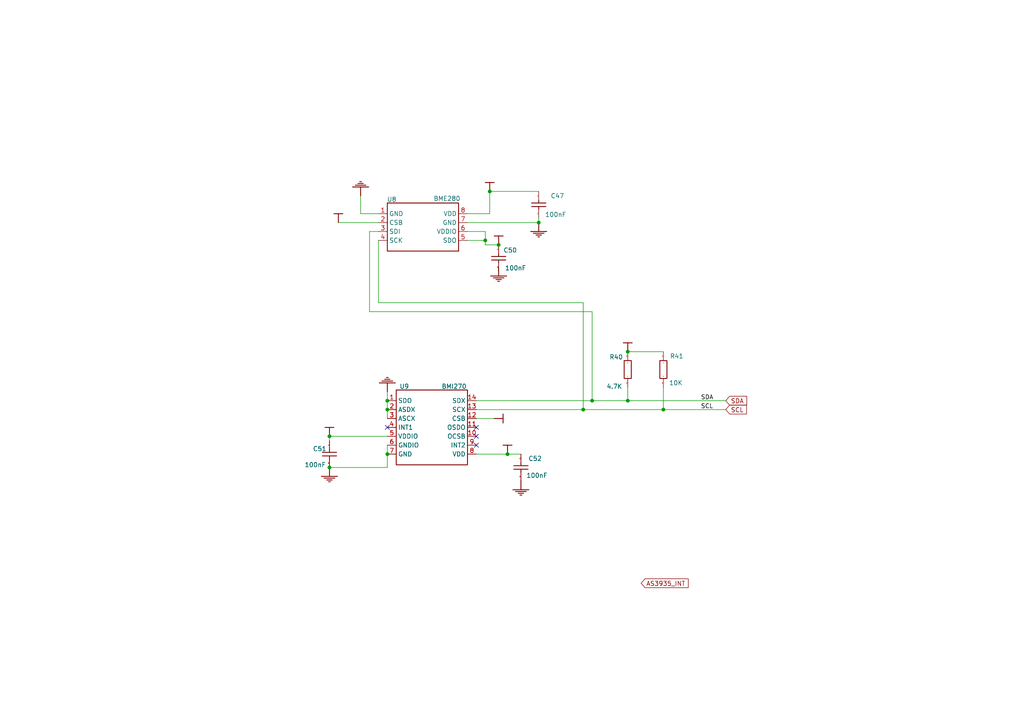
<source format=kicad_sch>
(kicad_sch (version 20250114) (generator "eeschema") (generator_version "9.0")
  (paper "User" 292.1 205.08)
  (lib_symbols
    (symbol "ProDoc_Qin-easyedapro:100nF"
      (property "Reference" "C" (at 0 0 0))
      (symbol "100nF_1_0"
        (polyline (pts (xy -1.27 0) (xy -0.508 0)) (stroke (width 0.254)))
        (polyline (pts (xy -0.508 2.032) (xy -0.508 -2.032)) (stroke (width 0.254)))
        (polyline (pts (xy 0.508 2.032) (xy 0.508 -2.032)) (stroke (width 0.254)))
        (polyline (pts (xy 0.508 0) (xy 1.27 0)) (stroke (width 0.254)))
        (pin input line (at -3.81 0 0) (length 2.54) (name "1") (number "1"))
        (pin input line (at 3.81 0 180) (length 2.54) (name "2") (number "2"))
      )
    )
    (symbol "ProDoc_Qin-easyedapro:10K"
      (property "Reference" "R" (at 0 0 0))
      (symbol "10K_1_0"
        (rectangle (start -2.54 -1.016) (end 2.54 1.016) (stroke (width 0.254)))
        (pin input line (at -5.08 0 0) (length 2.54) (name "1") (number "1"))
        (pin input line (at 5.08 0 180) (length 2.54) (name "2") (number "2"))
      )
    )
    (symbol "ProDoc_Qin-easyedapro:3.3V" (power) (pin_numbers (hide yes)) (pin_names (hide yes))
      (symbol "3.3V_1_0"
        (polyline (pts (xy -1.27 2.54) (xy 1.27 2.54)) (stroke (width 0.254)))
        (polyline (pts (xy 0 2.54) (xy 0 0)) (stroke (width 0.254)))
        (pin power_in line (at 0 0 0) (length 0) (name "3.3V") (number "1"))
      )
    )
    (symbol "ProDoc_Qin-easyedapro:4.7K"
      (property "Reference" "R" (at 0 0 0))
      (symbol "4.7K_1_0"
        (rectangle (start 2.54 1.016) (end -2.54 -1.016) (stroke (width 0.254)))
        (pin input line (at -5.08 0 0) (length 2.54) (name "1") (number "1"))
        (pin input line (at 5.08 0 180) (length 2.54) (name "2") (number "2"))
      )
    )
    (symbol "ProDoc_Qin-easyedapro:BME280"
      (property "Reference" "U" (at 0 0 0))
      (symbol "BME280_1_0"
        (rectangle (start -10.16 6.858) (end 10.16 -6.858) (stroke (width 0.254)))
        (pin unspecified line (at -12.7 3.81 0) (length 2.54) (name "GND") (number "1"))
        (pin unspecified line (at -12.7 1.27 0) (length 2.54) (name "CSB") (number "2"))
        (pin unspecified line (at -12.7 -1.27 0) (length 2.54) (name "SDI") (number "3"))
        (pin unspecified line (at -12.7 -3.81 0) (length 2.54) (name "SCK") (number "4"))
        (pin unspecified line (at 12.7 3.81 180) (length 2.54) (name "VDD") (number "8"))
        (pin unspecified line (at 12.7 1.27 180) (length 2.54) (name "GND") (number "7"))
        (pin unspecified line (at 12.7 -1.27 180) (length 2.54) (name "VDDIO") (number "6"))
        (pin unspecified line (at 12.7 -3.81 180) (length 2.54) (name "SDO") (number "5"))
      )
    )
    (symbol "ProDoc_Qin-easyedapro:BMX160"
      (property "Reference" "U" (at 0 0 0))
      (symbol "BMX160_1_0"
        (rectangle (start -10.16 10.668) (end 10.16 -10.668) (stroke (width 0.254)))
        (pin unspecified line (at -12.7 7.62 0) (length 2.54) (name "SDO") (number "1"))
        (pin unspecified line (at -12.7 5.08 0) (length 2.54) (name "ASDX") (number "2"))
        (pin unspecified line (at -12.7 2.54 0) (length 2.54) (name "ASCX") (number "3"))
        (pin unspecified line (at -12.7 0 0) (length 2.54) (name "INT1") (number "4"))
        (pin unspecified line (at -12.7 -2.54 0) (length 2.54) (name "VDDIO") (number "5"))
        (pin unspecified line (at -12.7 -5.08 0) (length 2.54) (name "GNDIO") (number "6"))
        (pin unspecified line (at -12.7 -7.62 0) (length 2.54) (name "GND") (number "7"))
        (pin unspecified line (at 12.7 7.62 180) (length 2.54) (name "SDX") (number "14"))
        (pin unspecified line (at 12.7 5.08 180) (length 2.54) (name "SCX") (number "13"))
        (pin unspecified line (at 12.7 2.54 180) (length 2.54) (name "CSB") (number "12"))
        (pin unspecified line (at 12.7 0 180) (length 2.54) (name "OSDO") (number "11"))
        (pin unspecified line (at 12.7 -2.54 180) (length 2.54) (name "OCSB") (number "10"))
        (pin unspecified line (at 12.7 -5.08 180) (length 2.54) (name "INT2") (number "9"))
        (pin unspecified line (at 12.7 -7.62 180) (length 2.54) (name "VDD") (number "8"))
      )
    )
    (symbol "ProDoc_Qin-easyedapro:GND" (power) (pin_numbers (hide yes)) (pin_names (hide yes))
      (symbol "GND_1_0"
        (polyline (pts (xy -2.286 -2.54) (xy 2.286 -2.54)) (stroke (width 0.254)))
        (polyline (pts (xy -1.524 -3.048) (xy 1.524 -3.048)) (stroke (width 0.254)))
        (polyline (pts (xy -0.762 -3.556) (xy 0.762 -3.556)) (stroke (width 0.254)))
        (polyline (pts (xy -0.254 -4.064) (xy 0.254 -4.064)) (stroke (width 0.254)))
        (polyline (pts (xy 0 -2.54) (xy 0 0)) (stroke (width 0.254)))
        (pin power_in line (at 0 0 0) (length 0) (name "GND") (number "1"))
      )
    )
  )
  (junction (at 144.78 129.54))
  (junction (at 166.37 116.84))
  (junction (at 179.07 100.33))
  (junction (at 139.7 54.61))
  (junction (at 110.49 116.84))
  (junction (at 142.24 69.85))
  (junction (at 110.49 114.3))
  (junction (at 93.98 124.46))
  (junction (at 93.98 133.35))
  (junction (at 153.67 63.5))
  (junction (at 110.49 129.54))
  (junction (at 138.43 68.58))
  (junction (at 179.07 114.3))
  (junction (at 189.23 116.84))
  (junction (at 168.91 114.3))
  (no_connect (at 135.89 121.92))
  (no_connect (at 110.49 121.92))
  (no_connect (at 135.89 127))
  (no_connect (at 135.89 124.46))
  (wire (pts (xy 105.41 88.9) (xy 168.91 88.9)))
  (wire (pts (xy 102.87 60.96) (xy 102.87 55.88)))
  (wire (pts (xy 110.49 116.84) (xy 110.49 119.38)))
  (wire (pts (xy 138.43 66.04) (xy 138.43 68.58)))
  (wire (pts (xy 142.24 76.2) (xy 142.24 77.47)))
  (wire (pts (xy 179.07 110.49) (xy 179.07 114.3)))
  (wire (pts (xy 153.67 63.5) (xy 153.67 62.23)))
  (wire (pts (xy 138.43 69.85) (xy 142.24 69.85)))
  (wire (pts (xy 110.49 111.76) (xy 110.49 114.3)))
  (wire (pts (xy 166.37 116.84) (xy 189.23 116.84)))
  (wire (pts (xy 107.95 68.58) (xy 107.95 86.36)))
  (wire (pts (xy 135.89 114.3) (xy 168.91 114.3)))
  (wire (pts (xy 105.41 66.04) (xy 105.41 88.9)))
  (wire (pts (xy 140.97 119.38) (xy 135.89 119.38)))
  (wire (pts (xy 107.95 60.96) (xy 102.87 60.96)))
  (wire (pts (xy 110.49 114.3) (xy 110.49 116.84)))
  (wire (pts (xy 107.95 66.04) (xy 105.41 66.04)))
  (wire (pts (xy 110.49 133.35) (xy 110.49 129.54)))
  (wire (pts (xy 179.07 114.3) (xy 207.01 114.3)))
  (wire (pts (xy 107.95 86.36) (xy 166.37 86.36)))
  (wire (pts (xy 168.91 114.3) (xy 179.07 114.3)))
  (wire (pts (xy 133.35 68.58) (xy 138.43 68.58)))
  (wire (pts (xy 138.43 68.58) (xy 138.43 69.85)))
  (wire (pts (xy 139.7 60.96) (xy 139.7 54.61)))
  (wire (pts (xy 135.89 116.84) (xy 166.37 116.84)))
  (wire (pts (xy 93.98 124.46) (xy 93.98 125.73)))
  (wire (pts (xy 168.91 88.9) (xy 168.91 114.3)))
  (wire (pts (xy 166.37 86.36) (xy 166.37 116.84)))
  (wire (pts (xy 139.7 54.61) (xy 153.67 54.61)))
  (wire (pts (xy 110.49 124.46) (xy 93.98 124.46)))
  (wire (pts (xy 135.89 129.54) (xy 144.78 129.54)))
  (wire (pts (xy 110.49 129.54) (xy 110.49 127)))
  (wire (pts (xy 148.59 129.54) (xy 144.78 129.54)))
  (wire (pts (xy 179.07 100.33) (xy 189.23 100.33)))
  (wire (pts (xy 93.98 133.35) (xy 110.49 133.35)))
  (wire (pts (xy 189.23 110.49) (xy 189.23 116.84)))
  (wire (pts (xy 189.23 116.84) (xy 207.01 116.84)))
  (wire (pts (xy 107.95 63.5) (xy 96.52 63.5)))
  (wire (pts (xy 133.35 66.04) (xy 138.43 66.04)))
  (wire (pts (xy 133.35 60.96) (xy 139.7 60.96)))
  (wire (pts (xy 133.35 63.5) (xy 153.67 63.5)))
  (label "SDA" (at 199.898 114.3 0) (effects (font (size 1.2192 1.2192))))
  (label "SCL" (at 199.898 116.84 0) (effects (font (size 1.2192 1.2192))))
  (global_label "SCL" (shape input) (at 207.01 116.84 0) (property "Intersheetrefs" "${INTERSHEET_REFS}" (effects (hide yes))))
  (global_label "AS3935_INT" (shape input) (at 182.88 166.37 0) (property "Intersheetrefs" "${INTERSHEET_REFS}" (effects (hide yes))))
  (global_label "SDA" (shape input) (at 207.01 114.3 0) (property "Intersheetrefs" "${INTERSHEET_REFS}" (effects (hide yes))))
  (symbol (lib_id "ProDoc_Qin-easyedapro:3.3V") (at 140.97 119.38 270) (unit 1)
    (property "Reference" "#PWR0216" (effects (hide yes)))
    (property "Value" "3.3V" (effects (hide yes)))
    (property "Footprint" "ProDoc_Qin-easyedapro:" (effects (hide yes)))
    (instances (project "" (path "" (reference "#PWR?") (unit 1))) (project "" (path "" (reference "#PWR0216") (unit 1))))
  )
  (symbol (lib_id "ProDoc_Qin-easyedapro:100nF") (at 93.98 129.54 270) (unit 1)
    (property "Reference" "C51" (at 91.186 128.016 90))
    (property "Value" "100nF" (at 89.916 132.588 90))
    (property "Footprint" "ProDoc_Qin-easyedapro:C0402" (effects (hide yes)))
    (property "Manufacturer Part" "CL05B104KO5NNNC" (effects (hide yes)))
    (property "Manufacturer" "SAMSUNG" (effects (hide yes)))
    (property "Supplier Part" "C1525" (effects (hide yes)))
    (property "Supplier" "LCSC" (effects (hide yes)))
    (property "Add into BOM" "yes" (effects (hide yes)))
    (property "Convert to PCB" "yes" (effects (hide yes)))
    (property "Origin Footprint" "C0402" (effects (hide yes)))
    (property "nameAlias" "Capacitance" (effects (hide yes)))
    (property "spicePre" "C" (effects (hide yes)))
    (property "spiceSymbolName" "CL05B104KO5NNNC" (effects (hide yes)))
  )
  (symbol (lib_id "ProDoc_Qin-easyedapro:3.3V") (at 139.7 54.61 0) (unit 1)
    (property "Reference" "#PWR0207" (effects (hide yes)))
    (property "Value" "3.3V" (effects (hide yes)))
    (property "Footprint" "ProDoc_Qin-easyedapro:" (effects (hide yes)))
    (instances (project "" (path "" (reference "#PWR?") (unit 1))) (project "" (path "" (reference "#PWR0207") (unit 1))))
  )
  (symbol (lib_id "ProDoc_Qin-easyedapro:3.3V") (at 142.24 69.85 0) (unit 1)
    (property "Reference" "#PWR0219" (effects (hide yes)))
    (property "Value" "3.3V" (effects (hide yes)))
    (property "Footprint" "ProDoc_Qin-easyedapro:" (effects (hide yes)))
    (instances (project "" (path "" (reference "#PWR?") (unit 1))) (project "" (path "" (reference "#PWR0219") (unit 1))))
  )
  (symbol (lib_id "ProDoc_Qin-easyedapro:3.3V") (at 96.52 63.5 0) (unit 1)
    (property "Reference" "#PWR0210" (effects (hide yes)))
    (property "Value" "3.3V" (effects (hide yes)))
    (property "Footprint" "ProDoc_Qin-easyedapro:" (effects (hide yes)))
    (instances (project "" (path "" (reference "#PWR?") (unit 1))) (project "" (path "" (reference "#PWR0210") (unit 1))))
  )
  (symbol (lib_id "ProDoc_Qin-easyedapro:BMX160") (at 123.19 121.92 0) (unit 1)
    (property "Reference" "U9" (at 115.316 110.236 0))
    (property "Value" "BMI270" (at 129.54 110.236 0))
    (property "Footprint" "ProDoc_Qin-easyedapro:LGA-14_L3.0-W2.5-P0.50-BL" (effects (hide yes)))
    (property "Manufacturer Part" "BMI270" (effects (hide yes)))
    (property "Manufacturer" "Bosch" (effects (hide yes)))
    (property "Supplier Part" "C2836813" (effects (hide yes)))
    (property "Supplier" "LCSC" (effects (hide yes)))
    (property "Add into BOM" "yes" (effects (hide yes)))
    (property "Convert to PCB" "yes" (effects (hide yes)))
    (property "Origin Footprint" "LGA-14_L3.0-W2.5-P0.50-BL" (effects (hide yes)))
    (property "spicePre" "U" (effects (hide yes)))
    (property "spiceSymbolName" "BMX160" (effects (hide yes)))
  )
  (symbol (lib_id "ProDoc_Qin-easyedapro:100nF") (at 153.67 58.42 270) (unit 1)
    (property "Reference" "C47" (at 159.004 55.88 90))
    (property "Value" "100nF" (at 158.496 61.214 90))
    (property "Footprint" "ProDoc_Qin-easyedapro:C0402" (effects (hide yes)))
    (property "Manufacturer Part" "CL05B104KO5NNNC" (effects (hide yes)))
    (property "Manufacturer" "SAMSUNG" (effects (hide yes)))
    (property "Supplier Part" "C1525" (effects (hide yes)))
    (property "Supplier" "LCSC" (effects (hide yes)))
    (property "Add into BOM" "yes" (effects (hide yes)))
    (property "Convert to PCB" "yes" (effects (hide yes)))
    (property "Origin Footprint" "C0402" (effects (hide yes)))
    (property "nameAlias" "Capacitance" (effects (hide yes)))
    (property "spicePre" "C" (effects (hide yes)))
    (property "spiceSymbolName" "CL05B104KO5NNNC" (effects (hide yes)))
  )
  (symbol (lib_id "ProDoc_Qin-easyedapro:GND") (at 142.24 76.2 0) (unit 1)
    (property "Reference" "#PWR0218" (effects (hide yes)))
    (property "Value" "GND" (effects (hide yes)))
    (property "Footprint" "ProDoc_Qin-easyedapro:" (effects (hide yes)))
    (instances (project "" (path "" (reference "#PWR?") (unit 1))) (project "" (path "" (reference "#PWR0218") (unit 1))))
  )
  (symbol (lib_id "ProDoc_Qin-easyedapro:3.3V") (at 93.98 124.46 0) (unit 1)
    (property "Reference" "#PWR0209" (effects (hide yes)))
    (property "Value" "3.3V" (effects (hide yes)))
    (property "Footprint" "ProDoc_Qin-easyedapro:" (effects (hide yes)))
    (instances (project "" (path "" (reference "#PWR?") (unit 1))) (project "" (path "" (reference "#PWR0209") (unit 1))))
  )
  (symbol (lib_id "ProDoc_Qin-easyedapro:3.3V") (at 144.78 129.54 0) (unit 1)
    (property "Reference" "#PWR0215" (effects (hide yes)))
    (property "Value" "3.3V" (effects (hide yes)))
    (property "Footprint" "ProDoc_Qin-easyedapro:" (effects (hide yes)))
    (instances (project "" (path "" (reference "#PWR?") (unit 1))) (project "" (path "" (reference "#PWR0215") (unit 1))))
  )
  (symbol (lib_id "ProDoc_Qin-easyedapro:100nF") (at 142.24 73.66 270) (unit 1)
    (property "Reference" "C50" (at 145.542 71.374 90))
    (property "Value" "100nF" (at 147.066 76.454 90))
    (property "Footprint" "ProDoc_Qin-easyedapro:C0402" (effects (hide yes)))
    (property "Manufacturer Part" "CL05B104KO5NNNC" (effects (hide yes)))
    (property "Manufacturer" "SAMSUNG" (effects (hide yes)))
    (property "Supplier Part" "C1525" (effects (hide yes)))
    (property "Supplier" "LCSC" (effects (hide yes)))
    (property "Add into BOM" "yes" (effects (hide yes)))
    (property "Convert to PCB" "yes" (effects (hide yes)))
    (property "Origin Footprint" "C0402" (effects (hide yes)))
    (property "nameAlias" "Capacitance" (effects (hide yes)))
    (property "spicePre" "C" (effects (hide yes)))
    (property "spiceSymbolName" "CL05B104KO5NNNC" (effects (hide yes)))
  )
  (symbol (lib_id "ProDoc_Qin-easyedapro:GND") (at 148.59 137.16 0) (unit 1)
    (property "Reference" "#PWR0222" (effects (hide yes)))
    (property "Value" "GND" (effects (hide yes)))
    (property "Footprint" "ProDoc_Qin-easyedapro:" (effects (hide yes)))
    (instances (project "" (path "" (reference "#PWR?") (unit 1))) (project "" (path "" (reference "#PWR0222") (unit 1))))
  )
  (symbol (lib_id "ProDoc_Qin-easyedapro:3.3V") (at 179.07 100.33 0) (unit 1)
    (property "Reference" "#PWR0221" (effects (hide yes)))
    (property "Value" "3.3V" (effects (hide yes)))
    (property "Footprint" "ProDoc_Qin-easyedapro:" (effects (hide yes)))
    (instances (project "" (path "" (reference "#PWR?") (unit 1))) (project "" (path "" (reference "#PWR0221") (unit 1))))
  )
  (symbol (lib_id "ProDoc_Qin-easyedapro:10K") (at 189.23 105.41 270) (unit 1)
    (property "Reference" "R41" (at 193.04 101.6 90))
    (property "Value" "10K" (at 192.786 109.22 90))
    (property "Footprint" "ProDoc_Qin-easyedapro:R0402" (effects (hide yes)))
    (property "Manufacturer Part" "0402WGF1002TCE" (effects (hide yes)))
    (property "Manufacturer" "UniOhm" (effects (hide yes)))
    (property "Supplier Part" "C25744" (effects (hide yes)))
    (property "Supplier" "LCSC" (effects (hide yes)))
    (property "Add into BOM" "yes" (effects (hide yes)))
    (property "Convert to PCB" "yes" (effects (hide yes)))
    (property "Origin Footprint" "R0402" (effects (hide yes)))
    (property "nameAlias" "Resistance (Ohms)" (effects (hide yes)))
    (property "spicePre" "R" (effects (hide yes)))
    (property "spiceSymbolName" "0402WGF1002TCE" (effects (hide yes)))
  )
  (symbol (lib_id "ProDoc_Qin-easyedapro:GND") (at 110.49 111.76 180) (unit 1)
    (property "Reference" "#PWR0217" (effects (hide yes)))
    (property "Value" "GND" (effects (hide yes)))
    (property "Footprint" "ProDoc_Qin-easyedapro:" (effects (hide yes)))
    (instances (project "" (path "" (reference "#PWR?") (unit 1))) (project "" (path "" (reference "#PWR0217") (unit 1))))
  )
  (symbol (lib_id "ProDoc_Qin-easyedapro:GND") (at 153.67 63.5 0) (unit 1)
    (property "Reference" "#PWR0220" (effects (hide yes)))
    (property "Value" "GND" (effects (hide yes)))
    (property "Footprint" "ProDoc_Qin-easyedapro:" (effects (hide yes)))
    (instances (project "" (path "" (reference "#PWR?") (unit 1))) (project "" (path "" (reference "#PWR0220") (unit 1))))
  )
  (symbol (lib_id "ProDoc_Qin-easyedapro:GND") (at 102.87 55.88 180) (unit 1)
    (property "Reference" "#PWR0208" (effects (hide yes)))
    (property "Value" "GND" (effects (hide yes)))
    (property "Footprint" "ProDoc_Qin-easyedapro:" (effects (hide yes)))
    (instances (project "" (path "" (reference "#PWR?") (unit 1))) (project "" (path "" (reference "#PWR0208") (unit 1))))
  )
  (symbol (lib_id "ProDoc_Qin-easyedapro:BME280") (at 120.65 64.77 0) (unit 1)
    (property "Reference" "U8" (at 111.76 56.896 0))
    (property "Value" "BME280" (at 127.508 56.642 0))
    (property "Footprint" "ProDoc_Qin-easyedapro:LGA-8_BME280_BR" (effects (hide yes)))
    (property "Manufacturer Part" "BME280" (effects (hide yes)))
    (property "Manufacturer" "Bosch" (effects (hide yes)))
    (property "Supplier Part" "C92489" (effects (hide yes)))
    (property "Supplier" "LCSC" (effects (hide yes)))
    (property "Add into BOM" "yes" (effects (hide yes)))
    (property "Contributor" "LCSC" (effects (hide yes)))
    (property "Convert to PCB" "yes" (effects (hide yes)))
    (property "Origin Footprint" "LGA-8_BME280_BR" (effects (hide yes)))
    (property "spicePre" "U" (effects (hide yes)))
    (property "spiceSymbolName" "BME280" (effects (hide yes)))
  )
  (symbol (lib_id "ProDoc_Qin-easyedapro:GND") (at 93.98 133.35 0) (unit 1)
    (property "Reference" "#PWR0211" (effects (hide yes)))
    (property "Value" "GND" (effects (hide yes)))
    (property "Footprint" "ProDoc_Qin-easyedapro:" (effects (hide yes)))
    (instances (project "" (path "" (reference "#PWR?") (unit 1))) (project "" (path "" (reference "#PWR0211") (unit 1))))
  )
  (symbol (lib_id "ProDoc_Qin-easyedapro:100nF") (at 148.59 133.35 270) (unit 1)
    (property "Reference" "C52" (at 152.654 130.81 90))
    (property "Value" "100nF" (at 153.162 135.636 90))
    (property "Footprint" "ProDoc_Qin-easyedapro:C0402" (effects (hide yes)))
    (property "Manufacturer Part" "CL05B104KO5NNNC" (effects (hide yes)))
    (property "Manufacturer" "SAMSUNG" (effects (hide yes)))
    (property "Supplier Part" "C1525" (effects (hide yes)))
    (property "Supplier" "LCSC" (effects (hide yes)))
    (property "Add into BOM" "yes" (effects (hide yes)))
    (property "Convert to PCB" "yes" (effects (hide yes)))
    (property "Origin Footprint" "C0402" (effects (hide yes)))
    (property "nameAlias" "Capacitance" (effects (hide yes)))
    (property "spicePre" "C" (effects (hide yes)))
    (property "spiceSymbolName" "CL05B104KO5NNNC" (effects (hide yes)))
  )
  (symbol (lib_id "ProDoc_Qin-easyedapro:4.7K") (at 179.07 105.41 90) (unit 1)
    (property "Reference" "R40" (at 175.768 101.854 90))
    (property "Value" "4.7K" (at 175.26 110.236 90))
    (property "Footprint" "ProDoc_Qin-easyedapro:R0402" (effects (hide yes)))
    (property "Manufacturer Part" "0402WGF4701TCE" (effects (hide yes)))
    (property "Manufacturer" "UniOhm" (effects (hide yes)))
    (property "Supplier Part" "C25900" (effects (hide yes)))
    (property "Supplier" "LCSC" (effects (hide yes)))
    (property "Add into BOM" "yes" (effects (hide yes)))
    (property "Convert to PCB" "yes" (effects (hide yes)))
    (property "Origin Footprint" "R0402" (effects (hide yes)))
    (property "nameAlias" "Resistance (Ohms)" (effects (hide yes)))
    (property "spicePre" "R" (effects (hide yes)))
    (property "spiceSymbolName" "0402WGF4701TCE" (effects (hide yes)))
  )
)
</source>
